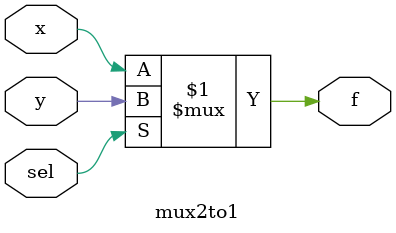
<source format=v>
`timescale 1ns / 1ns // `timescale time_unit/time_precision

/* top-level entity for the morse code generator */
module lab5Part3 (input [2:0] SW, input [1:0] KEY, input CLOCK_50, output [9:0] LEDR);

				assign LEDR[9:1] = 9'd0;
				
				 morseCode_Generator M1 (.alphabet(SW[1:0]), .reset(KEY[0]), .clock(CLOCK_50), 
												.msg_Send(KEY[1]), .morseQueue_Top(LEDR[0]));
				 
endmodule // lab5Part3

/*  */
module morseCode_Generator (input [2:0] alphabet, input reset, clock, msg_Send,  
									output morseQueue_Top);

				wire [12:0] morse_Binary;
				wire dwnClk_Enable;
				wire [12:0] queueMorse;
				assign morseQueue_Top = queueMorse[0];
				morseCode_Mux M1 (.sel(alphabet), .morseCode(morse_Binary));
				rateDivider R1 (.clock(clock), .reset(reset), .downClock(dwnClk_Enable));
				universal_ShiftReg U1 (.DATA_IN(morse_Binary), .ParallelLoad_n(msg_Send), 
										.clock(dwnClk_Enable), .reset(reset), .Q_out(queueMorse));

endmodule // morseCode_Generator

/* binary-coded morse selection */
module morseCode_Mux (input sel, output reg [12:0] morseCode);

				always @(*)
				begin
				
					case (sel)						
						3'b000: morseCode = 13'b1010100000000; // letter S
						3'b001: morseCode = 13'b1110000000000; // letter T
						3'b010: morseCode = 13'b1010111000000; // letter U
						3'b011: morseCode = 13'b1010101110000; // letter V
						3'b100: morseCode = 13'b1011101110000; // letter W
						3'b101: morseCode = 13'b1110101011100; // letter X
						3'b110: morseCode = 13'b1110101110111; // letter Y
						3'b001: morseCode = 13'b1110111010100; // letter Z
					endcase 
				
				end

endmodule // morseCode_Mux

/* downclocks input 50 MHz clock to 2Hz */
module rateDivider(input clock, reset, output downClock);
				
				reg [25:0] cycleCount;
				
				always @(posedge clock) // triggered on edges of clock
				begin
				
					if (reset == 1'b0) // synchronous active -low
						cycleCount <= 26'd0;						
					else if (cycleCount == 26'd0) 
						cycleCount <= 26'd25000000; // reset counter to 25M
					else
						cycleCount <= cycleCount - 1'b1; // decrement state
						
				end
				
				assign downClock = (cycleCount == 26'd0) ? (1'b1):(1'b0);

endmodule // rateDivider

/* universal shift register, being used to store (reversed) morse code */
module universal_ShiftReg (input [12:0] DATA_IN, ParallelLoad_n, clock, reset, 
									output [12:0] Q_out);
				
				wire [12:0] Q; // carries the output of the flip-flops and subsequent connections
				assign Q_out = Q; // assigning outputs of flip-flops to the register output
				
				// instantiation of all 13 flip-flops for the register
				flipFlop F12 (.clock(clock), .reset(reset), .load_n(ParallelLoad_n), 
								.loadLeft(1'b1), .left(Q[0]), .right(Q[11]), .data(DATA_IN[0]), 
								.LSRight(1'b1), .Q(Q[12])); // flip-flop for bit 12
				
				flipFlop F11 (.clock(clock), .reset(reset), .load_n(ParallelLoad_n), 
								.loadLeft(1'b1), .left(Q[12]), .right(Q[10]), .data(DATA_IN[1]), 
								.LSRight(1'b0), .Q(Q[11])); // flip-flop for bit 11
				
				flipFlop F10 (.clock(clock), .reset(reset), .load_n(ParallelLoad_n), 
								.loadLeft(1'b1), .left(Q[11]), .right(Q[9]), .data(DATA_IN[2]), 
								.LSRight(1'b0), .Q(Q[10])); // flip-flop for bit 10
				
				flipFlop F9 (.clock(clock), .reset(reset), .load_n(ParallelLoad_n), 
								.loadLeft(1'b1), .left(Q[10]), .right(Q[8]), .data(DATA_IN[3]), 
								.LSRight(1'b0), .Q(Q[9])); // flip-flop for bit 9
				
				flipFlop F8 (.clock(clock), .reset(reset), .load_n(ParallelLoad_n), 
								.loadLeft(1'b1), .left(Q[9]), .right(Q[7]), .data(DATA_IN[4]), 
								.LSRight(1'b0), .Q(Q[8])); // flip-flop for bit 8
				
				flipFlop F7 (.clock(clock), .reset(reset), .load_n(ParallelLoad_n), 
								.loadLeft(1'b1), .left(Q[8]), .right(Q[6]), .data(DATA_IN[5]), 
								.LSRight(1'b0), .Q(Q[7])); // flip-flop for bit 7
								
				flipFlop F6 (.clock(clock), .reset(reset), .load_n(ParallelLoad_n), 
								.loadLeft(1'b1), .left(Q[7]), .right(Q[5]), .data(DATA_IN[6]), 
								.LSRight(1'b0), .Q(Q[6])); // flip-flop for bit 6
								
				flipFlop F5 (.clock(clock), .reset(reset), .load_n(ParallelLoad_n), 
								.loadLeft(1'b1), .left(Q[6]), .right(Q[4]), .data(DATA_IN[7]), 
								.LSRight(1'b0), .Q(Q[5])); // flip-flop for bit 5
								
				flipFlop F4 (.clock(clock), .reset(reset), .load_n(ParallelLoad_n), 
								.loadLeft(1'b1), .left(Q[5]), .right(Q[3]), .data(DATA_IN[8]), 
								.LSRight(1'b0), .Q(Q[4])); // flip-flop for bit 4
								
				flipFlop F3 (.clock(clock), .reset(reset), .load_n(ParallelLoad_n), 
								.loadLeft(1'b1), .left(Q[4]), .right(Q[2]), .data(DATA_IN[9]), 
								.LSRight(1'b0), .Q(Q[3])); // flip-flop for bit 3
								
				flipFlop F2 (.clock(clock), .reset(reset), .load_n(ParallelLoad_n), 
								.loadLeft(1'b1), .left(Q[3]), .right(Q[1]), .data(DATA_IN[10]), 
								.LSRight(1'b0), .Q(Q[2])); // flip-flop for bit 2
								
				flipFlop F1 (.clock(clock), .reset(reset), .load_n(ParallelLoad_n), 
								.loadLeft(1'b1), .left(Q[2]), .right(Q[0]), .data(DATA_IN[11]), 
								.LSRight(1'b0), .Q(Q[1])); // flip-flop for bit 1
								
				flipFlop F0 (.clock(clock), .reset(reset), .load_n(ParallelLoad_n), 
								.loadLeft(1'b1), .left(Q[1]), .right(Q[12]), .data(DATA_IN[12]), 
								.LSRight(1'b0), .Q(Q[0])); // flip-flop for bit 0 (LSB)

endmodule // universal_ShiftReg

/* flip-flop with multiplexers to select input */
module flipFlop (input clock, reset, load_n, data, loadLeft, right, left, 
					LSRight, output reg Q);

				wire R, D;
				
				/*
				 * loadleft = 1 will select left, and right otherwise
				 * load_n = 0 will select data, and output of rotation select otherwise
				*/
				
				mux2to1 M1 (.x(right), .y(left), .sel(loadLeft), .f(R)); // left-right rotate option select
				mux2to1 M2 (.x(data), .y(R), .sel(load_n), .f(D)); // parallel load and rotate select
				
				// triggered on rising edge of the clock signal and falling edge of clear
				always @(posedge clock, negedge reset)
				begin
				
					if (reset == 1'b0) // active-low, asynchronous reset to 0
						Q <= 1'b0;
					else if (LSRight == 1'b1 && loadLeft == 1'b1) // override D during logical shift right
						Q <= 1'b0;
					else
						Q <= D; // if reset and LSRight are 0, flip-flop tracks D
				
				end

endmodule // flipFlop

/* 2 to 1 multiplexer */
module mux2to1(input x, y, sel, output f);

				assign f = sel ? y : x; // f = y when sel = 1, x otherwise

endmodule // mux2to1
</source>
